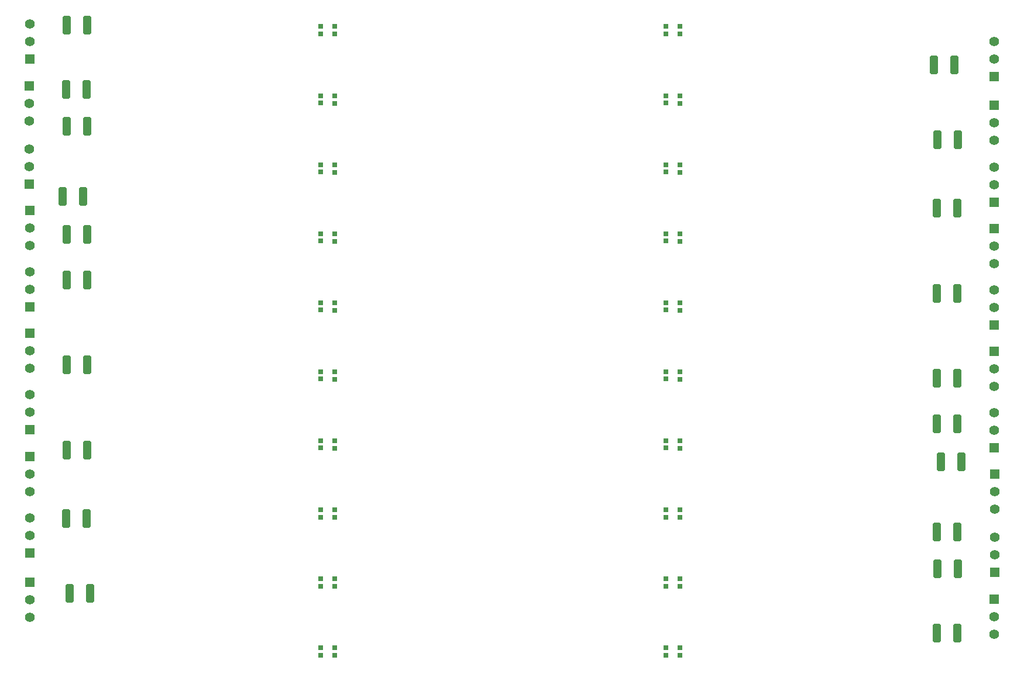
<source format=gbr>
%TF.GenerationSoftware,KiCad,Pcbnew,(6.0.8-1)-1*%
%TF.CreationDate,2023-06-16T18:58:08-04:00*%
%TF.ProjectId,Untitled,556e7469-746c-4656-942e-6b696361645f,rev?*%
%TF.SameCoordinates,Original*%
%TF.FileFunction,Soldermask,Top*%
%TF.FilePolarity,Negative*%
%FSLAX46Y46*%
G04 Gerber Fmt 4.6, Leading zero omitted, Abs format (unit mm)*
G04 Created by KiCad (PCBNEW (6.0.8-1)-1) date 2023-06-16 18:58:08*
%MOMM*%
%LPD*%
G01*
G04 APERTURE LIST*
G04 Aperture macros list*
%AMRoundRect*
0 Rectangle with rounded corners*
0 $1 Rounding radius*
0 $2 $3 $4 $5 $6 $7 $8 $9 X,Y pos of 4 corners*
0 Add a 4 corners polygon primitive as box body*
4,1,4,$2,$3,$4,$5,$6,$7,$8,$9,$2,$3,0*
0 Add four circle primitives for the rounded corners*
1,1,$1+$1,$2,$3*
1,1,$1+$1,$4,$5*
1,1,$1+$1,$6,$7*
1,1,$1+$1,$8,$9*
0 Add four rect primitives between the rounded corners*
20,1,$1+$1,$2,$3,$4,$5,0*
20,1,$1+$1,$4,$5,$6,$7,0*
20,1,$1+$1,$6,$7,$8,$9,0*
20,1,$1+$1,$8,$9,$2,$3,0*%
G04 Aperture macros list end*
%ADD10R,1.397000X1.397000*%
%ADD11C,1.397000*%
%ADD12RoundRect,0.250000X0.325000X1.100000X-0.325000X1.100000X-0.325000X-1.100000X0.325000X-1.100000X0*%
%ADD13R,0.700000X0.700000*%
%ADD14RoundRect,0.250000X-0.325000X-1.100000X0.325000X-1.100000X0.325000X1.100000X-0.325000X1.100000X0*%
G04 APERTURE END LIST*
D10*
%TO.C,REF\u002A\u002A*%
X198842400Y-43580000D03*
D11*
X198842400Y-41040000D03*
X198842400Y-38500000D03*
%TD*%
D12*
%TO.C,10 nF*%
X193567500Y-52792500D03*
X190617500Y-52792500D03*
%TD*%
%TO.C,10 nF*%
X193067500Y-41892500D03*
X190117500Y-41892500D03*
%TD*%
%TO.C,10 nF*%
X194042500Y-99392500D03*
X191092500Y-99392500D03*
%TD*%
%TO.C,10 nF*%
X193567500Y-114892500D03*
X190617500Y-114892500D03*
%TD*%
%TO.C,10 nF*%
X193467500Y-62701549D03*
X190517500Y-62701549D03*
%TD*%
D10*
%TO.C,REF\u002A\u002A*%
X198842400Y-79580000D03*
D11*
X198842400Y-77040000D03*
X198842400Y-74500000D03*
%TD*%
D10*
%TO.C,REF\u002A\u002A*%
X198892500Y-115392500D03*
D11*
X198892500Y-112852500D03*
X198892500Y-110312500D03*
%TD*%
D10*
%TO.C,REF\u002A\u002A*%
X198842400Y-97380000D03*
D11*
X198842400Y-94840000D03*
X198842400Y-92300000D03*
%TD*%
D10*
%TO.C,REF\u002A\u002A*%
X198842400Y-61780000D03*
D11*
X198842400Y-59240000D03*
X198842400Y-56700000D03*
%TD*%
D10*
%TO.C,REF\u002A\u002A*%
X198842400Y-47805000D03*
D11*
X198842400Y-50345000D03*
X198842400Y-52885000D03*
%TD*%
D10*
%TO.C,REF\u002A\u002A*%
X198842400Y-119292500D03*
D11*
X198842400Y-121832500D03*
X198842400Y-124372500D03*
%TD*%
D10*
%TO.C,REF\u002A\u002A*%
X198842400Y-65605000D03*
D11*
X198842400Y-68145000D03*
X198842400Y-70685000D03*
%TD*%
D12*
%TO.C,10 nF*%
X193467500Y-87319643D03*
X190517500Y-87319643D03*
%TD*%
D10*
%TO.C,REF\u002A\u002A*%
X198892500Y-101192500D03*
D11*
X198892500Y-103732500D03*
X198892500Y-106272500D03*
%TD*%
D10*
%TO.C,REF\u002A\u002A*%
X198842400Y-83405000D03*
D11*
X198842400Y-85945000D03*
X198842400Y-88485000D03*
%TD*%
D12*
%TO.C,10 nF*%
X193467500Y-124246784D03*
X190517500Y-124246784D03*
%TD*%
%TO.C,10 nF*%
X193467500Y-75010596D03*
X190517500Y-75010596D03*
%TD*%
%TO.C,10 nF*%
X193467500Y-93892500D03*
X190517500Y-93892500D03*
%TD*%
%TO.C,10 nF*%
X193467500Y-109592500D03*
X190517500Y-109592500D03*
%TD*%
D13*
%TO.C,REF\u002A\u002A*%
X153382500Y-106370000D03*
X151357500Y-106370000D03*
X151357500Y-107420000D03*
X153382500Y-107470000D03*
%TD*%
%TO.C,REF\u002A\u002A*%
X153382500Y-126370000D03*
X151357500Y-126370000D03*
X151357500Y-127420000D03*
X153382500Y-127470000D03*
%TD*%
%TO.C,REF\u002A\u002A*%
X153382500Y-116370000D03*
X151357500Y-116370000D03*
X151357500Y-117420000D03*
X153382500Y-117470000D03*
%TD*%
%TO.C,REF\u002A\u002A*%
X153382500Y-56370000D03*
X151357500Y-56370000D03*
X151357500Y-57420000D03*
X153382500Y-57470000D03*
%TD*%
%TO.C,REF\u002A\u002A*%
X153382500Y-46370000D03*
X151357500Y-46370000D03*
X151357500Y-47420000D03*
X153382500Y-47470000D03*
%TD*%
%TO.C,REF\u002A\u002A*%
X153382500Y-36370000D03*
X151357500Y-36370000D03*
X151357500Y-37420000D03*
X153382500Y-37470000D03*
%TD*%
%TO.C,REF\u002A\u002A*%
X153382500Y-96370000D03*
X151357500Y-96370000D03*
X151357500Y-97420000D03*
X153382500Y-97470000D03*
%TD*%
%TO.C,REF\u002A\u002A*%
X153382500Y-86370000D03*
X151357500Y-86370000D03*
X151357500Y-87420000D03*
X153382500Y-87470000D03*
%TD*%
%TO.C,REF\u002A\u002A*%
X153382500Y-76370000D03*
X151357500Y-76370000D03*
X151357500Y-77420000D03*
X153382500Y-77470000D03*
%TD*%
%TO.C,REF\u002A\u002A*%
X153382500Y-66370000D03*
X151357500Y-66370000D03*
X151357500Y-67420000D03*
X153382500Y-67470000D03*
%TD*%
%TO.C,REF\u002A\u002A*%
X103382500Y-127470000D03*
X101357500Y-127420000D03*
X101357500Y-126370000D03*
X103382500Y-126370000D03*
%TD*%
%TO.C,REF\u002A\u002A*%
X103382500Y-117470000D03*
X101357500Y-117420000D03*
X101357500Y-116370000D03*
X103382500Y-116370000D03*
%TD*%
%TO.C,REF\u002A\u002A*%
X103382500Y-107470000D03*
X101357500Y-107420000D03*
X101357500Y-106370000D03*
X103382500Y-106370000D03*
%TD*%
%TO.C,REF\u002A\u002A*%
X103382500Y-37470000D03*
X101357500Y-37420000D03*
X101357500Y-36370000D03*
X103382500Y-36370000D03*
%TD*%
%TO.C,REF\u002A\u002A*%
X103382500Y-87470000D03*
X101357500Y-87420000D03*
X101357500Y-86370000D03*
X103382500Y-86370000D03*
%TD*%
%TO.C,REF\u002A\u002A*%
X103382500Y-77470000D03*
X101357500Y-77420000D03*
X101357500Y-76370000D03*
X103382500Y-76370000D03*
%TD*%
%TO.C,REF\u002A\u002A*%
X103382500Y-67470000D03*
X101357500Y-67420000D03*
X101357500Y-66370000D03*
X103382500Y-66370000D03*
%TD*%
%TO.C,REF\u002A\u002A*%
X103382500Y-97470000D03*
X101357500Y-97420000D03*
X101357500Y-96370000D03*
X103382500Y-96370000D03*
%TD*%
%TO.C,REF\u002A\u002A*%
X103382500Y-47470000D03*
X101357500Y-47420000D03*
X101357500Y-46370000D03*
X103382500Y-46370000D03*
%TD*%
%TO.C,REF\u002A\u002A*%
X103382500Y-57470000D03*
X101357500Y-57420000D03*
X101357500Y-56370000D03*
X103382500Y-56370000D03*
%TD*%
D14*
%TO.C,10 nF*%
X67975000Y-118500000D03*
X65025000Y-118500000D03*
%TD*%
D10*
%TO.C,REF\u002A\u002A*%
X59250100Y-116812500D03*
D11*
X59250100Y-119352500D03*
X59250100Y-121892500D03*
%TD*%
D14*
%TO.C,10 nF*%
X67000000Y-61000000D03*
X64050000Y-61000000D03*
%TD*%
%TO.C,10 nF*%
X67475000Y-45500000D03*
X64525000Y-45500000D03*
%TD*%
%TO.C,10 nF*%
X67475000Y-107600000D03*
X64525000Y-107600000D03*
%TD*%
%TO.C,10 nF*%
X67575000Y-36145716D03*
X64625000Y-36145716D03*
%TD*%
D11*
%TO.C,REF\u002A\u002A*%
X59200000Y-54120000D03*
X59200000Y-56660000D03*
D10*
X59200000Y-59200000D03*
%TD*%
D14*
%TO.C,10 nF*%
X67575000Y-73072857D03*
X64625000Y-73072857D03*
%TD*%
D11*
%TO.C,REF\u002A\u002A*%
X59250100Y-36020000D03*
X59250100Y-38560000D03*
D10*
X59250100Y-41100000D03*
%TD*%
D11*
%TO.C,REF\u002A\u002A*%
X59250100Y-71907500D03*
X59250100Y-74447500D03*
D10*
X59250100Y-76987500D03*
%TD*%
D14*
%TO.C,10 nF*%
X67575000Y-66500000D03*
X64625000Y-66500000D03*
%TD*%
%TO.C,10 nF*%
X67575000Y-50800000D03*
X64625000Y-50800000D03*
%TD*%
%TO.C,10 nF*%
X67575000Y-85381904D03*
X64625000Y-85381904D03*
%TD*%
D11*
%TO.C,REF\u002A\u002A*%
X59250100Y-89707500D03*
X59250100Y-92247500D03*
D10*
X59250100Y-94787500D03*
%TD*%
D11*
%TO.C,REF\u002A\u002A*%
X59250100Y-107507500D03*
X59250100Y-110047500D03*
D10*
X59250100Y-112587500D03*
%TD*%
D14*
%TO.C,10 nF*%
X67575000Y-97690951D03*
X64625000Y-97690951D03*
%TD*%
D10*
%TO.C,REF\u002A\u002A*%
X59250100Y-80812500D03*
D11*
X59250100Y-83352500D03*
X59250100Y-85892500D03*
%TD*%
D10*
%TO.C,REF\u002A\u002A*%
X59200000Y-45000000D03*
D11*
X59200000Y-47540000D03*
X59200000Y-50080000D03*
%TD*%
D10*
%TO.C,REF\u002A\u002A*%
X59250100Y-98612500D03*
D11*
X59250100Y-101152500D03*
X59250100Y-103692500D03*
%TD*%
D10*
%TO.C,REF\u002A\u002A*%
X59250100Y-63012500D03*
D11*
X59250100Y-65552500D03*
X59250100Y-68092500D03*
%TD*%
M02*

</source>
